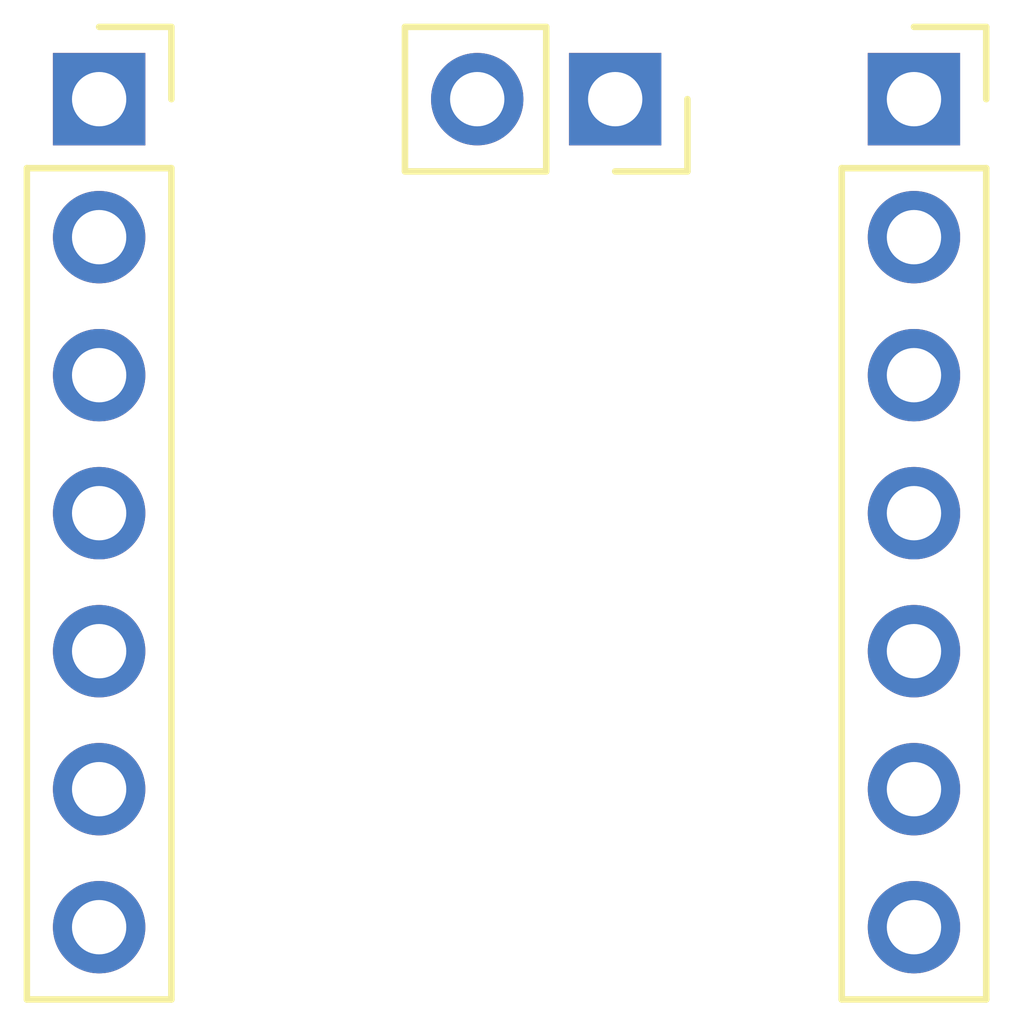
<source format=kicad_pcb>
(kicad_pcb (version 20241229) (generator "pcbnew") (generator_version "9.0")
  (layers (0 "F.Cu" signal) (2 "B.Cu" signal) (13 "F.Paste" user) (15 "B.Paste" user) (5 "F.SilkS" user "F.Silkscreen") (7 "B.SilkS" user "B.Silkscreen") (1 "F.Mask" user) (3 "B.Mask" user) (25 "Edge.Cuts" user))
  (net 0 "")
  (net 1 "/CS")
  (net 2 "/MOSI")
  (net 4 "/GND")
  (net 6 "/MISO")
  (net 7 "/3V3")
  (net 8 "/SCL")
  (net 9 "/SCK")
  (net 12 "/SDA")
  (footprint "Connector_PinSocket_2.54mm:PinSocket_1x07_P2.54mm_Vertical" (layer "F.Cu") (at 143 80)
    (property "Reference" "J2" (hide yes))
    (property "Value" "Conn_01x07_Socket" (hide yes))
    (fp_line (start -1.33 1.27) (end -1.33 16.57) (stroke (width 0.12)) (layer "F.SilkS"))
    (fp_line (start -1.33 1.27) (end 1.33 1.27) (stroke (width 0.12)) (layer "F.SilkS"))
    (fp_line (start -1.33 16.57) (end 1.33 16.57) (stroke (width 0.12)) (layer "F.SilkS"))
    (fp_line (start 0 -1.33) (end 1.33 -1.33) (stroke (width 0.12)) (layer "F.SilkS"))
    (fp_line (start 1.33 -1.33) (end 1.33 0) (stroke (width 0.12)) (layer "F.SilkS"))
    (fp_line (start 1.33 1.27) (end 1.33 16.57) (stroke (width 0.12)) (layer "F.SilkS"))
    (pad "1" thru_hole rect (at 0 0) (size 1.7 1.7) (drill 1) (layers "*.Cu" "*.Mask") (net 9 "/SCK"))
    (pad "2" thru_hole circle (at 0 2.54) (size 1.7 1.7) (drill 1) (layers "*.Cu" "*.Mask"))
    (pad "3" thru_hole circle (at 0 5.08) (size 1.7 1.7) (drill 1) (layers "*.Cu" "*.Mask"))
    (pad "4" thru_hole circle (at 0 7.62) (size 1.7 1.7) (drill 1) (layers "*.Cu" "*.Mask"))
    (pad "5" thru_hole circle (at 0 10.16) (size 1.7 1.7) (drill 1) (layers "*.Cu" "*.Mask"))
    (pad "6" thru_hole circle (at 0 12.7) (size 1.7 1.7) (drill 1) (layers "*.Cu" "*.Mask") (net 8 "/SCL"))
    (pad "7" thru_hole circle (at 0 15.24) (size 1.7 1.7) (drill 1) (layers "*.Cu" "*.Mask") (net 12 "/SDA"))
  )
  (footprint "Connector_PinSocket_2.54mm:PinSocket_1x07_P2.54mm_Vertical" (layer "F.Cu") (at 158 80)
    (property "Reference" "J1" (hide yes))
    (property "Value" "Conn_01x07_Socket" (hide yes))
    (fp_line (start -1.33 1.27) (end -1.33 16.57) (stroke (width 0.12)) (layer "F.SilkS"))
    (fp_line (start -1.33 1.27) (end 1.33 1.27) (stroke (width 0.12)) (layer "F.SilkS"))
    (fp_line (start -1.33 16.57) (end 1.33 16.57) (stroke (width 0.12)) (layer "F.SilkS"))
    (fp_line (start 0 -1.33) (end 1.33 -1.33) (stroke (width 0.12)) (layer "F.SilkS"))
    (fp_line (start 1.33 -1.33) (end 1.33 0) (stroke (width 0.12)) (layer "F.SilkS"))
    (fp_line (start 1.33 1.27) (end 1.33 16.57) (stroke (width 0.12)) (layer "F.SilkS"))
    (pad "1" thru_hole rect (at 0 0) (size 1.7 1.7) (drill 1) (layers "*.Cu" "*.Mask") (net 6 "/MISO"))
    (pad "2" thru_hole circle (at 0 2.54) (size 1.7 1.7) (drill 1) (layers "*.Cu" "*.Mask") (net 2 "/MOSI"))
    (pad "3" thru_hole circle (at 0 5.08) (size 1.7 1.7) (drill 1) (layers "*.Cu" "*.Mask") (net 1 "/CS"))
    (pad "4" thru_hole circle (at 0 7.62) (size 1.7 1.7) (drill 1) (layers "*.Cu" "*.Mask"))
    (pad "5" thru_hole circle (at 0 10.16) (size 1.7 1.7) (drill 1) (layers "*.Cu" "*.Mask"))
    (pad "6" thru_hole circle (at 0 12.7) (size 1.7 1.7) (drill 1) (layers "*.Cu" "*.Mask") (net 4 "/GND"))
    (pad "7" thru_hole circle (at 0 15.24) (size 1.7 1.7) (drill 1) (layers "*.Cu" "*.Mask") (net 7 "/3V3"))
  )
  (footprint "Connector_PinSocket_2.54mm:PinSocket_1x02_P2.54mm_Vertical" (layer "F.Cu") (at 152.5 80 -90)
    (property "Reference" "J3" (hide yes))
    (property "Value" "Conn_01x02_Socket" (hide yes))
    (fp_line (start -1.33 3.87) (end 1.33 3.87) (stroke (width 0.12)) (layer "F.SilkS"))
    (fp_line (start -1.33 1.27) (end -1.33 3.87) (stroke (width 0.12)) (layer "F.SilkS"))
    (fp_line (start -1.33 1.27) (end 1.33 1.27) (stroke (width 0.12)) (layer "F.SilkS"))
    (fp_line (start 1.33 1.27) (end 1.33 3.87) (stroke (width 0.12)) (layer "F.SilkS"))
    (fp_line (start 0 -1.33) (end 1.33 -1.33) (stroke (width 0.12)) (layer "F.SilkS"))
    (fp_line (start 1.33 -1.33) (end 1.33 0) (stroke (width 0.12)) (layer "F.SilkS"))
    (pad "1" thru_hole rect (at 0 0 270) (size 1.7 1.7) (drill 1) (layers "*.Cu" "*.Mask") (net 7 "/3V3"))
    (pad "2" thru_hole circle (at 0 2.54 270) (size 1.7 1.7) (drill 1) (layers "*.Cu" "*.Mask") (net 4 "/GND"))
  )
)
</source>
